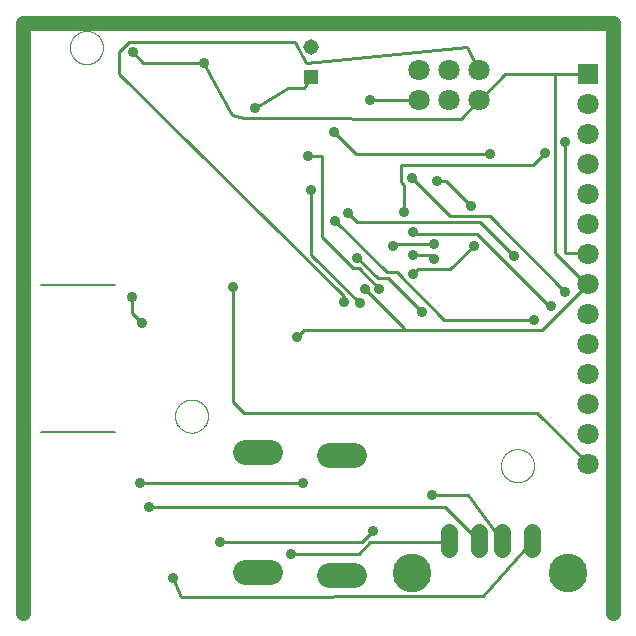
<source format=gbl>
G75*
%MOIN*%
%OFA0B0*%
%FSLAX25Y25*%
%IPPOS*%
%LPD*%
%AMOC8*
5,1,8,0,0,1.08239X$1,22.5*
%
%ADD10C,0.05000*%
%ADD11C,0.00000*%
%ADD12C,0.05600*%
%ADD13C,0.12900*%
%ADD14C,0.07087*%
%ADD15R,0.07087X0.07087*%
%ADD16C,0.00500*%
%ADD17R,0.05150X0.05150*%
%ADD18C,0.05150*%
%ADD19C,0.08268*%
%ADD20C,0.01000*%
%ADD21C,0.03600*%
%ADD22C,0.03562*%
D10*
X0012331Y0032803D02*
X0012331Y0229654D01*
X0209181Y0229654D01*
X0209181Y0032803D01*
D11*
X0171779Y0082016D02*
X0171781Y0082164D01*
X0171787Y0082312D01*
X0171797Y0082460D01*
X0171811Y0082607D01*
X0171829Y0082754D01*
X0171850Y0082900D01*
X0171876Y0083046D01*
X0171906Y0083191D01*
X0171939Y0083335D01*
X0171977Y0083478D01*
X0172018Y0083620D01*
X0172063Y0083761D01*
X0172111Y0083901D01*
X0172164Y0084040D01*
X0172220Y0084177D01*
X0172280Y0084312D01*
X0172343Y0084446D01*
X0172410Y0084578D01*
X0172481Y0084708D01*
X0172555Y0084836D01*
X0172632Y0084962D01*
X0172713Y0085086D01*
X0172797Y0085208D01*
X0172884Y0085327D01*
X0172975Y0085444D01*
X0173069Y0085559D01*
X0173165Y0085671D01*
X0173265Y0085781D01*
X0173367Y0085887D01*
X0173473Y0085991D01*
X0173581Y0086092D01*
X0173692Y0086190D01*
X0173805Y0086286D01*
X0173921Y0086378D01*
X0174039Y0086467D01*
X0174160Y0086552D01*
X0174283Y0086635D01*
X0174408Y0086714D01*
X0174535Y0086790D01*
X0174664Y0086862D01*
X0174795Y0086931D01*
X0174928Y0086996D01*
X0175063Y0087057D01*
X0175199Y0087115D01*
X0175336Y0087170D01*
X0175475Y0087220D01*
X0175616Y0087267D01*
X0175757Y0087310D01*
X0175900Y0087350D01*
X0176044Y0087385D01*
X0176188Y0087417D01*
X0176334Y0087444D01*
X0176480Y0087468D01*
X0176627Y0087488D01*
X0176774Y0087504D01*
X0176921Y0087516D01*
X0177069Y0087524D01*
X0177217Y0087528D01*
X0177365Y0087528D01*
X0177513Y0087524D01*
X0177661Y0087516D01*
X0177808Y0087504D01*
X0177955Y0087488D01*
X0178102Y0087468D01*
X0178248Y0087444D01*
X0178394Y0087417D01*
X0178538Y0087385D01*
X0178682Y0087350D01*
X0178825Y0087310D01*
X0178966Y0087267D01*
X0179107Y0087220D01*
X0179246Y0087170D01*
X0179383Y0087115D01*
X0179519Y0087057D01*
X0179654Y0086996D01*
X0179787Y0086931D01*
X0179918Y0086862D01*
X0180047Y0086790D01*
X0180174Y0086714D01*
X0180299Y0086635D01*
X0180422Y0086552D01*
X0180543Y0086467D01*
X0180661Y0086378D01*
X0180777Y0086286D01*
X0180890Y0086190D01*
X0181001Y0086092D01*
X0181109Y0085991D01*
X0181215Y0085887D01*
X0181317Y0085781D01*
X0181417Y0085671D01*
X0181513Y0085559D01*
X0181607Y0085444D01*
X0181698Y0085327D01*
X0181785Y0085208D01*
X0181869Y0085086D01*
X0181950Y0084962D01*
X0182027Y0084836D01*
X0182101Y0084708D01*
X0182172Y0084578D01*
X0182239Y0084446D01*
X0182302Y0084312D01*
X0182362Y0084177D01*
X0182418Y0084040D01*
X0182471Y0083901D01*
X0182519Y0083761D01*
X0182564Y0083620D01*
X0182605Y0083478D01*
X0182643Y0083335D01*
X0182676Y0083191D01*
X0182706Y0083046D01*
X0182732Y0082900D01*
X0182753Y0082754D01*
X0182771Y0082607D01*
X0182785Y0082460D01*
X0182795Y0082312D01*
X0182801Y0082164D01*
X0182803Y0082016D01*
X0182801Y0081868D01*
X0182795Y0081720D01*
X0182785Y0081572D01*
X0182771Y0081425D01*
X0182753Y0081278D01*
X0182732Y0081132D01*
X0182706Y0080986D01*
X0182676Y0080841D01*
X0182643Y0080697D01*
X0182605Y0080554D01*
X0182564Y0080412D01*
X0182519Y0080271D01*
X0182471Y0080131D01*
X0182418Y0079992D01*
X0182362Y0079855D01*
X0182302Y0079720D01*
X0182239Y0079586D01*
X0182172Y0079454D01*
X0182101Y0079324D01*
X0182027Y0079196D01*
X0181950Y0079070D01*
X0181869Y0078946D01*
X0181785Y0078824D01*
X0181698Y0078705D01*
X0181607Y0078588D01*
X0181513Y0078473D01*
X0181417Y0078361D01*
X0181317Y0078251D01*
X0181215Y0078145D01*
X0181109Y0078041D01*
X0181001Y0077940D01*
X0180890Y0077842D01*
X0180777Y0077746D01*
X0180661Y0077654D01*
X0180543Y0077565D01*
X0180422Y0077480D01*
X0180299Y0077397D01*
X0180174Y0077318D01*
X0180047Y0077242D01*
X0179918Y0077170D01*
X0179787Y0077101D01*
X0179654Y0077036D01*
X0179519Y0076975D01*
X0179383Y0076917D01*
X0179246Y0076862D01*
X0179107Y0076812D01*
X0178966Y0076765D01*
X0178825Y0076722D01*
X0178682Y0076682D01*
X0178538Y0076647D01*
X0178394Y0076615D01*
X0178248Y0076588D01*
X0178102Y0076564D01*
X0177955Y0076544D01*
X0177808Y0076528D01*
X0177661Y0076516D01*
X0177513Y0076508D01*
X0177365Y0076504D01*
X0177217Y0076504D01*
X0177069Y0076508D01*
X0176921Y0076516D01*
X0176774Y0076528D01*
X0176627Y0076544D01*
X0176480Y0076564D01*
X0176334Y0076588D01*
X0176188Y0076615D01*
X0176044Y0076647D01*
X0175900Y0076682D01*
X0175757Y0076722D01*
X0175616Y0076765D01*
X0175475Y0076812D01*
X0175336Y0076862D01*
X0175199Y0076917D01*
X0175063Y0076975D01*
X0174928Y0077036D01*
X0174795Y0077101D01*
X0174664Y0077170D01*
X0174535Y0077242D01*
X0174408Y0077318D01*
X0174283Y0077397D01*
X0174160Y0077480D01*
X0174039Y0077565D01*
X0173921Y0077654D01*
X0173805Y0077746D01*
X0173692Y0077842D01*
X0173581Y0077940D01*
X0173473Y0078041D01*
X0173367Y0078145D01*
X0173265Y0078251D01*
X0173165Y0078361D01*
X0173069Y0078473D01*
X0172975Y0078588D01*
X0172884Y0078705D01*
X0172797Y0078824D01*
X0172713Y0078946D01*
X0172632Y0079070D01*
X0172555Y0079196D01*
X0172481Y0079324D01*
X0172410Y0079454D01*
X0172343Y0079586D01*
X0172280Y0079720D01*
X0172220Y0079855D01*
X0172164Y0079992D01*
X0172111Y0080131D01*
X0172063Y0080271D01*
X0172018Y0080412D01*
X0171977Y0080554D01*
X0171939Y0080697D01*
X0171906Y0080841D01*
X0171876Y0080986D01*
X0171850Y0081132D01*
X0171829Y0081278D01*
X0171811Y0081425D01*
X0171797Y0081572D01*
X0171787Y0081720D01*
X0171781Y0081868D01*
X0171779Y0082016D01*
X0063118Y0098551D02*
X0063120Y0098699D01*
X0063126Y0098847D01*
X0063136Y0098995D01*
X0063150Y0099142D01*
X0063168Y0099289D01*
X0063189Y0099435D01*
X0063215Y0099581D01*
X0063245Y0099726D01*
X0063278Y0099870D01*
X0063316Y0100013D01*
X0063357Y0100155D01*
X0063402Y0100296D01*
X0063450Y0100436D01*
X0063503Y0100575D01*
X0063559Y0100712D01*
X0063619Y0100847D01*
X0063682Y0100981D01*
X0063749Y0101113D01*
X0063820Y0101243D01*
X0063894Y0101371D01*
X0063971Y0101497D01*
X0064052Y0101621D01*
X0064136Y0101743D01*
X0064223Y0101862D01*
X0064314Y0101979D01*
X0064408Y0102094D01*
X0064504Y0102206D01*
X0064604Y0102316D01*
X0064706Y0102422D01*
X0064812Y0102526D01*
X0064920Y0102627D01*
X0065031Y0102725D01*
X0065144Y0102821D01*
X0065260Y0102913D01*
X0065378Y0103002D01*
X0065499Y0103087D01*
X0065622Y0103170D01*
X0065747Y0103249D01*
X0065874Y0103325D01*
X0066003Y0103397D01*
X0066134Y0103466D01*
X0066267Y0103531D01*
X0066402Y0103592D01*
X0066538Y0103650D01*
X0066675Y0103705D01*
X0066814Y0103755D01*
X0066955Y0103802D01*
X0067096Y0103845D01*
X0067239Y0103885D01*
X0067383Y0103920D01*
X0067527Y0103952D01*
X0067673Y0103979D01*
X0067819Y0104003D01*
X0067966Y0104023D01*
X0068113Y0104039D01*
X0068260Y0104051D01*
X0068408Y0104059D01*
X0068556Y0104063D01*
X0068704Y0104063D01*
X0068852Y0104059D01*
X0069000Y0104051D01*
X0069147Y0104039D01*
X0069294Y0104023D01*
X0069441Y0104003D01*
X0069587Y0103979D01*
X0069733Y0103952D01*
X0069877Y0103920D01*
X0070021Y0103885D01*
X0070164Y0103845D01*
X0070305Y0103802D01*
X0070446Y0103755D01*
X0070585Y0103705D01*
X0070722Y0103650D01*
X0070858Y0103592D01*
X0070993Y0103531D01*
X0071126Y0103466D01*
X0071257Y0103397D01*
X0071386Y0103325D01*
X0071513Y0103249D01*
X0071638Y0103170D01*
X0071761Y0103087D01*
X0071882Y0103002D01*
X0072000Y0102913D01*
X0072116Y0102821D01*
X0072229Y0102725D01*
X0072340Y0102627D01*
X0072448Y0102526D01*
X0072554Y0102422D01*
X0072656Y0102316D01*
X0072756Y0102206D01*
X0072852Y0102094D01*
X0072946Y0101979D01*
X0073037Y0101862D01*
X0073124Y0101743D01*
X0073208Y0101621D01*
X0073289Y0101497D01*
X0073366Y0101371D01*
X0073440Y0101243D01*
X0073511Y0101113D01*
X0073578Y0100981D01*
X0073641Y0100847D01*
X0073701Y0100712D01*
X0073757Y0100575D01*
X0073810Y0100436D01*
X0073858Y0100296D01*
X0073903Y0100155D01*
X0073944Y0100013D01*
X0073982Y0099870D01*
X0074015Y0099726D01*
X0074045Y0099581D01*
X0074071Y0099435D01*
X0074092Y0099289D01*
X0074110Y0099142D01*
X0074124Y0098995D01*
X0074134Y0098847D01*
X0074140Y0098699D01*
X0074142Y0098551D01*
X0074140Y0098403D01*
X0074134Y0098255D01*
X0074124Y0098107D01*
X0074110Y0097960D01*
X0074092Y0097813D01*
X0074071Y0097667D01*
X0074045Y0097521D01*
X0074015Y0097376D01*
X0073982Y0097232D01*
X0073944Y0097089D01*
X0073903Y0096947D01*
X0073858Y0096806D01*
X0073810Y0096666D01*
X0073757Y0096527D01*
X0073701Y0096390D01*
X0073641Y0096255D01*
X0073578Y0096121D01*
X0073511Y0095989D01*
X0073440Y0095859D01*
X0073366Y0095731D01*
X0073289Y0095605D01*
X0073208Y0095481D01*
X0073124Y0095359D01*
X0073037Y0095240D01*
X0072946Y0095123D01*
X0072852Y0095008D01*
X0072756Y0094896D01*
X0072656Y0094786D01*
X0072554Y0094680D01*
X0072448Y0094576D01*
X0072340Y0094475D01*
X0072229Y0094377D01*
X0072116Y0094281D01*
X0072000Y0094189D01*
X0071882Y0094100D01*
X0071761Y0094015D01*
X0071638Y0093932D01*
X0071513Y0093853D01*
X0071386Y0093777D01*
X0071257Y0093705D01*
X0071126Y0093636D01*
X0070993Y0093571D01*
X0070858Y0093510D01*
X0070722Y0093452D01*
X0070585Y0093397D01*
X0070446Y0093347D01*
X0070305Y0093300D01*
X0070164Y0093257D01*
X0070021Y0093217D01*
X0069877Y0093182D01*
X0069733Y0093150D01*
X0069587Y0093123D01*
X0069441Y0093099D01*
X0069294Y0093079D01*
X0069147Y0093063D01*
X0069000Y0093051D01*
X0068852Y0093043D01*
X0068704Y0093039D01*
X0068556Y0093039D01*
X0068408Y0093043D01*
X0068260Y0093051D01*
X0068113Y0093063D01*
X0067966Y0093079D01*
X0067819Y0093099D01*
X0067673Y0093123D01*
X0067527Y0093150D01*
X0067383Y0093182D01*
X0067239Y0093217D01*
X0067096Y0093257D01*
X0066955Y0093300D01*
X0066814Y0093347D01*
X0066675Y0093397D01*
X0066538Y0093452D01*
X0066402Y0093510D01*
X0066267Y0093571D01*
X0066134Y0093636D01*
X0066003Y0093705D01*
X0065874Y0093777D01*
X0065747Y0093853D01*
X0065622Y0093932D01*
X0065499Y0094015D01*
X0065378Y0094100D01*
X0065260Y0094189D01*
X0065144Y0094281D01*
X0065031Y0094377D01*
X0064920Y0094475D01*
X0064812Y0094576D01*
X0064706Y0094680D01*
X0064604Y0094786D01*
X0064504Y0094896D01*
X0064408Y0095008D01*
X0064314Y0095123D01*
X0064223Y0095240D01*
X0064136Y0095359D01*
X0064052Y0095481D01*
X0063971Y0095605D01*
X0063894Y0095731D01*
X0063820Y0095859D01*
X0063749Y0095989D01*
X0063682Y0096121D01*
X0063619Y0096255D01*
X0063559Y0096390D01*
X0063503Y0096527D01*
X0063450Y0096666D01*
X0063402Y0096806D01*
X0063357Y0096947D01*
X0063316Y0097089D01*
X0063278Y0097232D01*
X0063245Y0097376D01*
X0063215Y0097521D01*
X0063189Y0097667D01*
X0063168Y0097813D01*
X0063150Y0097960D01*
X0063136Y0098107D01*
X0063126Y0098255D01*
X0063120Y0098403D01*
X0063118Y0098551D01*
X0028079Y0221386D02*
X0028081Y0221534D01*
X0028087Y0221682D01*
X0028097Y0221830D01*
X0028111Y0221977D01*
X0028129Y0222124D01*
X0028150Y0222270D01*
X0028176Y0222416D01*
X0028206Y0222561D01*
X0028239Y0222705D01*
X0028277Y0222848D01*
X0028318Y0222990D01*
X0028363Y0223131D01*
X0028411Y0223271D01*
X0028464Y0223410D01*
X0028520Y0223547D01*
X0028580Y0223682D01*
X0028643Y0223816D01*
X0028710Y0223948D01*
X0028781Y0224078D01*
X0028855Y0224206D01*
X0028932Y0224332D01*
X0029013Y0224456D01*
X0029097Y0224578D01*
X0029184Y0224697D01*
X0029275Y0224814D01*
X0029369Y0224929D01*
X0029465Y0225041D01*
X0029565Y0225151D01*
X0029667Y0225257D01*
X0029773Y0225361D01*
X0029881Y0225462D01*
X0029992Y0225560D01*
X0030105Y0225656D01*
X0030221Y0225748D01*
X0030339Y0225837D01*
X0030460Y0225922D01*
X0030583Y0226005D01*
X0030708Y0226084D01*
X0030835Y0226160D01*
X0030964Y0226232D01*
X0031095Y0226301D01*
X0031228Y0226366D01*
X0031363Y0226427D01*
X0031499Y0226485D01*
X0031636Y0226540D01*
X0031775Y0226590D01*
X0031916Y0226637D01*
X0032057Y0226680D01*
X0032200Y0226720D01*
X0032344Y0226755D01*
X0032488Y0226787D01*
X0032634Y0226814D01*
X0032780Y0226838D01*
X0032927Y0226858D01*
X0033074Y0226874D01*
X0033221Y0226886D01*
X0033369Y0226894D01*
X0033517Y0226898D01*
X0033665Y0226898D01*
X0033813Y0226894D01*
X0033961Y0226886D01*
X0034108Y0226874D01*
X0034255Y0226858D01*
X0034402Y0226838D01*
X0034548Y0226814D01*
X0034694Y0226787D01*
X0034838Y0226755D01*
X0034982Y0226720D01*
X0035125Y0226680D01*
X0035266Y0226637D01*
X0035407Y0226590D01*
X0035546Y0226540D01*
X0035683Y0226485D01*
X0035819Y0226427D01*
X0035954Y0226366D01*
X0036087Y0226301D01*
X0036218Y0226232D01*
X0036347Y0226160D01*
X0036474Y0226084D01*
X0036599Y0226005D01*
X0036722Y0225922D01*
X0036843Y0225837D01*
X0036961Y0225748D01*
X0037077Y0225656D01*
X0037190Y0225560D01*
X0037301Y0225462D01*
X0037409Y0225361D01*
X0037515Y0225257D01*
X0037617Y0225151D01*
X0037717Y0225041D01*
X0037813Y0224929D01*
X0037907Y0224814D01*
X0037998Y0224697D01*
X0038085Y0224578D01*
X0038169Y0224456D01*
X0038250Y0224332D01*
X0038327Y0224206D01*
X0038401Y0224078D01*
X0038472Y0223948D01*
X0038539Y0223816D01*
X0038602Y0223682D01*
X0038662Y0223547D01*
X0038718Y0223410D01*
X0038771Y0223271D01*
X0038819Y0223131D01*
X0038864Y0222990D01*
X0038905Y0222848D01*
X0038943Y0222705D01*
X0038976Y0222561D01*
X0039006Y0222416D01*
X0039032Y0222270D01*
X0039053Y0222124D01*
X0039071Y0221977D01*
X0039085Y0221830D01*
X0039095Y0221682D01*
X0039101Y0221534D01*
X0039103Y0221386D01*
X0039101Y0221238D01*
X0039095Y0221090D01*
X0039085Y0220942D01*
X0039071Y0220795D01*
X0039053Y0220648D01*
X0039032Y0220502D01*
X0039006Y0220356D01*
X0038976Y0220211D01*
X0038943Y0220067D01*
X0038905Y0219924D01*
X0038864Y0219782D01*
X0038819Y0219641D01*
X0038771Y0219501D01*
X0038718Y0219362D01*
X0038662Y0219225D01*
X0038602Y0219090D01*
X0038539Y0218956D01*
X0038472Y0218824D01*
X0038401Y0218694D01*
X0038327Y0218566D01*
X0038250Y0218440D01*
X0038169Y0218316D01*
X0038085Y0218194D01*
X0037998Y0218075D01*
X0037907Y0217958D01*
X0037813Y0217843D01*
X0037717Y0217731D01*
X0037617Y0217621D01*
X0037515Y0217515D01*
X0037409Y0217411D01*
X0037301Y0217310D01*
X0037190Y0217212D01*
X0037077Y0217116D01*
X0036961Y0217024D01*
X0036843Y0216935D01*
X0036722Y0216850D01*
X0036599Y0216767D01*
X0036474Y0216688D01*
X0036347Y0216612D01*
X0036218Y0216540D01*
X0036087Y0216471D01*
X0035954Y0216406D01*
X0035819Y0216345D01*
X0035683Y0216287D01*
X0035546Y0216232D01*
X0035407Y0216182D01*
X0035266Y0216135D01*
X0035125Y0216092D01*
X0034982Y0216052D01*
X0034838Y0216017D01*
X0034694Y0215985D01*
X0034548Y0215958D01*
X0034402Y0215934D01*
X0034255Y0215914D01*
X0034108Y0215898D01*
X0033961Y0215886D01*
X0033813Y0215878D01*
X0033665Y0215874D01*
X0033517Y0215874D01*
X0033369Y0215878D01*
X0033221Y0215886D01*
X0033074Y0215898D01*
X0032927Y0215914D01*
X0032780Y0215934D01*
X0032634Y0215958D01*
X0032488Y0215985D01*
X0032344Y0216017D01*
X0032200Y0216052D01*
X0032057Y0216092D01*
X0031916Y0216135D01*
X0031775Y0216182D01*
X0031636Y0216232D01*
X0031499Y0216287D01*
X0031363Y0216345D01*
X0031228Y0216406D01*
X0031095Y0216471D01*
X0030964Y0216540D01*
X0030835Y0216612D01*
X0030708Y0216688D01*
X0030583Y0216767D01*
X0030460Y0216850D01*
X0030339Y0216935D01*
X0030221Y0217024D01*
X0030105Y0217116D01*
X0029992Y0217212D01*
X0029881Y0217310D01*
X0029773Y0217411D01*
X0029667Y0217515D01*
X0029565Y0217621D01*
X0029465Y0217731D01*
X0029369Y0217843D01*
X0029275Y0217958D01*
X0029184Y0218075D01*
X0029097Y0218194D01*
X0029013Y0218316D01*
X0028932Y0218440D01*
X0028855Y0218566D01*
X0028781Y0218694D01*
X0028710Y0218824D01*
X0028643Y0218956D01*
X0028580Y0219090D01*
X0028520Y0219225D01*
X0028464Y0219362D01*
X0028411Y0219501D01*
X0028363Y0219641D01*
X0028318Y0219782D01*
X0028277Y0219924D01*
X0028239Y0220067D01*
X0028206Y0220211D01*
X0028176Y0220356D01*
X0028150Y0220502D01*
X0028129Y0220648D01*
X0028111Y0220795D01*
X0028097Y0220942D01*
X0028087Y0221090D01*
X0028081Y0221238D01*
X0028079Y0221386D01*
D12*
X0154457Y0059776D02*
X0154457Y0054176D01*
X0164299Y0054176D02*
X0164299Y0059776D01*
X0172173Y0059776D02*
X0172173Y0054176D01*
X0182016Y0054176D02*
X0182016Y0059776D01*
D13*
X0194220Y0046307D03*
X0142252Y0046307D03*
D14*
X0200756Y0082567D03*
X0200756Y0092567D03*
X0200756Y0102567D03*
X0200756Y0112567D03*
X0200756Y0122567D03*
X0200756Y0132567D03*
X0200756Y0142567D03*
X0200756Y0152567D03*
X0200756Y0162567D03*
X0200756Y0172567D03*
X0200756Y0182567D03*
X0200756Y0192567D03*
X0200756Y0202567D03*
X0164457Y0203984D03*
X0164457Y0213984D03*
X0154457Y0213984D03*
X0154457Y0203984D03*
X0144457Y0203984D03*
X0144457Y0213984D03*
D15*
X0200756Y0212567D03*
D16*
X0043197Y0142134D02*
X0018394Y0142134D01*
X0018394Y0093315D02*
X0043197Y0093315D01*
D17*
X0108315Y0211583D03*
D18*
X0108315Y0221583D03*
D19*
X0094732Y0086465D02*
X0086465Y0086465D01*
X0114417Y0085677D02*
X0122685Y0085677D01*
X0122685Y0045677D02*
X0114417Y0045677D01*
X0094732Y0046465D02*
X0086465Y0046465D01*
D20*
X0078079Y0056425D02*
X0125323Y0056425D01*
X0129260Y0060362D01*
X0128276Y0056425D02*
X0124339Y0052488D01*
X0101701Y0052488D01*
X0105638Y0076110D02*
X0051504Y0076110D01*
X0054457Y0068236D02*
X0153039Y0068236D01*
X0164299Y0056976D01*
X0172173Y0056976D02*
X0160913Y0072173D01*
X0148945Y0072173D01*
X0154457Y0056976D02*
X0153866Y0056425D01*
X0128276Y0056425D01*
X0165717Y0038709D02*
X0065087Y0038315D01*
X0062331Y0044614D01*
X0085953Y0099732D02*
X0183886Y0099732D01*
X0200618Y0083000D01*
X0200756Y0082567D01*
X0182016Y0056976D02*
X0165717Y0038709D01*
X0103669Y0124831D02*
X0106130Y0127291D01*
X0139594Y0127291D01*
X0139594Y0127783D01*
X0126307Y0141071D01*
X0131228Y0141071D02*
X0124339Y0147961D01*
X0122370Y0147961D01*
X0112035Y0158295D01*
X0112035Y0185362D01*
X0107606Y0185362D01*
X0108591Y0174043D02*
X0108591Y0152390D01*
X0124831Y0136150D01*
X0119417Y0136642D02*
X0119417Y0138610D01*
X0044417Y0212429D01*
X0044417Y0220008D01*
X0047764Y0223354D01*
X0103079Y0223354D01*
X0103177Y0223256D01*
X0106720Y0216169D01*
X0160461Y0221681D01*
X0164201Y0214398D01*
X0164457Y0213984D01*
X0173059Y0212429D02*
X0164693Y0204063D01*
X0164457Y0203984D01*
X0164201Y0203571D01*
X0158295Y0197665D01*
X0086051Y0198059D01*
X0082114Y0198945D01*
X0072665Y0215874D01*
X0072665Y0216366D01*
X0052488Y0216366D01*
X0049043Y0219811D01*
X0089890Y0201110D02*
X0100717Y0208000D01*
X0106130Y0208000D01*
X0108315Y0211583D01*
X0115972Y0193236D02*
X0123354Y0185854D01*
X0168138Y0185854D01*
X0182409Y0182409D02*
X0186346Y0186346D01*
X0182409Y0182409D02*
X0138610Y0182409D01*
X0138610Y0176504D01*
X0139594Y0175520D01*
X0139594Y0166661D01*
X0142547Y0159772D02*
X0143039Y0159280D01*
X0163709Y0159280D01*
X0187823Y0135165D01*
X0188315Y0135165D01*
X0193236Y0140087D02*
X0168138Y0165185D01*
X0154850Y0165185D01*
X0142055Y0177980D01*
X0150421Y0176996D02*
X0153374Y0176996D01*
X0161740Y0168630D01*
X0164693Y0163217D02*
X0176012Y0151898D01*
X0164693Y0163217D02*
X0123846Y0163217D01*
X0120894Y0166169D01*
X0116465Y0163709D02*
X0133689Y0146484D01*
X0137134Y0146484D01*
X0152882Y0130736D01*
X0182902Y0130736D01*
X0185362Y0127291D02*
X0200618Y0142547D01*
X0200756Y0142567D01*
X0200126Y0142547D01*
X0189791Y0152882D01*
X0189791Y0212429D01*
X0173059Y0212429D01*
X0189791Y0212429D02*
X0200618Y0212429D01*
X0200756Y0212567D01*
X0193236Y0189791D02*
X0193236Y0152882D01*
X0200618Y0152882D01*
X0200756Y0152567D01*
X0185362Y0127291D02*
X0139594Y0127291D01*
X0145500Y0133197D02*
X0134181Y0144516D01*
X0130736Y0144516D01*
X0123846Y0151406D01*
X0135657Y0155343D02*
X0136150Y0155835D01*
X0149437Y0155835D01*
X0147961Y0152390D02*
X0142547Y0152390D01*
X0144024Y0147469D02*
X0154850Y0147469D01*
X0162724Y0155343D01*
X0149437Y0150913D02*
X0147961Y0152390D01*
X0144024Y0147469D02*
X0142547Y0145992D01*
X0144457Y0203984D02*
X0144024Y0204063D01*
X0128276Y0204063D01*
X0082409Y0141563D02*
X0082409Y0103276D01*
X0085953Y0099732D01*
X0052094Y0129654D02*
X0048945Y0132803D01*
X0048945Y0138315D01*
D21*
X0082409Y0141563D03*
X0103669Y0124831D03*
X0119417Y0136642D03*
X0124831Y0136150D03*
X0126307Y0141071D03*
X0131228Y0141071D03*
X0123846Y0151406D03*
X0116465Y0163709D03*
X0120894Y0166169D03*
X0108591Y0174043D03*
X0107606Y0185362D03*
X0115972Y0193236D03*
X0128276Y0204063D03*
X0142055Y0177980D03*
X0150421Y0176996D03*
X0139594Y0166661D03*
X0142547Y0159772D03*
X0142547Y0152390D03*
X0142547Y0145992D03*
X0149437Y0150913D03*
X0149437Y0155835D03*
X0161740Y0168630D03*
X0162724Y0155343D03*
X0176012Y0151898D03*
X0188315Y0135165D03*
X0193236Y0140087D03*
X0182902Y0130736D03*
X0145500Y0133197D03*
X0135657Y0155343D03*
X0168138Y0185854D03*
X0186346Y0186346D03*
X0193236Y0189791D03*
X0089890Y0201110D03*
X0072665Y0216366D03*
X0049043Y0219811D03*
D22*
X0048945Y0138315D03*
X0052094Y0129654D03*
X0051504Y0076110D03*
X0054457Y0068236D03*
X0062331Y0044614D03*
X0078079Y0056425D03*
X0101701Y0052488D03*
X0105638Y0076110D03*
X0129260Y0060362D03*
X0148945Y0072173D03*
M02*

</source>
